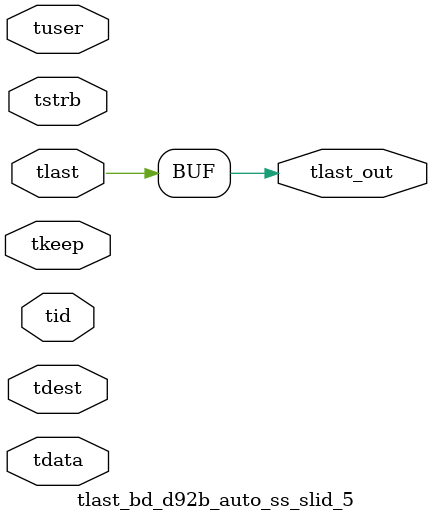
<source format=v>


`timescale 1ps/1ps

module tlast_bd_d92b_auto_ss_slid_5 #
(
parameter C_S_AXIS_TID_WIDTH   = 1,
parameter C_S_AXIS_TUSER_WIDTH = 0,
parameter C_S_AXIS_TDATA_WIDTH = 0,
parameter C_S_AXIS_TDEST_WIDTH = 0
)
(
input  [(C_S_AXIS_TID_WIDTH   == 0 ? 1 : C_S_AXIS_TID_WIDTH)-1:0       ] tid,
input  [(C_S_AXIS_TDATA_WIDTH == 0 ? 1 : C_S_AXIS_TDATA_WIDTH)-1:0     ] tdata,
input  [(C_S_AXIS_TUSER_WIDTH == 0 ? 1 : C_S_AXIS_TUSER_WIDTH)-1:0     ] tuser,
input  [(C_S_AXIS_TDEST_WIDTH == 0 ? 1 : C_S_AXIS_TDEST_WIDTH)-1:0     ] tdest,
input  [(C_S_AXIS_TDATA_WIDTH/8)-1:0 ] tkeep,
input  [(C_S_AXIS_TDATA_WIDTH/8)-1:0 ] tstrb,
input  [0:0]                                                             tlast,
output                                                                   tlast_out
);

assign tlast_out = {tlast};

endmodule


</source>
